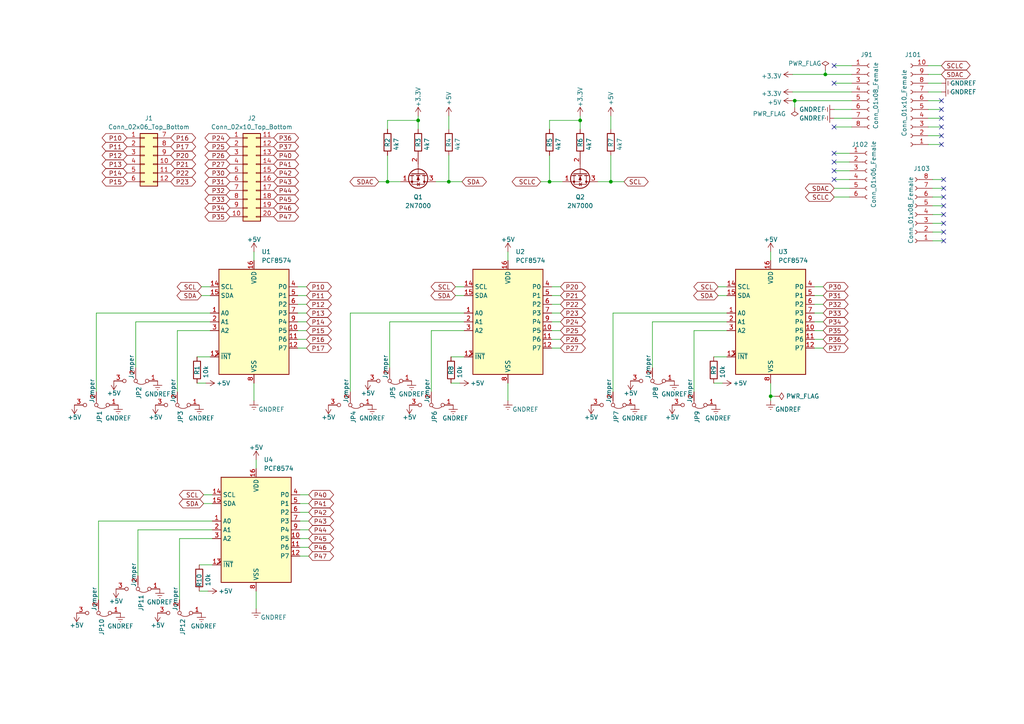
<source format=kicad_sch>
(kicad_sch (version 20230121) (generator eeschema)
  (paper "A4")
  (lib_symbols
    (symbol "2N7000_1" (pin_names hide)
      (property "Reference" "Q" (at 5.08 1.905 0))
      (property "Value" "2N7000" (at 5.08 0 0))
      (symbol "2N7000_1_1_1"
        (pin passive line (at 2.54 -5.08 90) (length 2.54) (name "S") (number "1"))
        (pin input line (at -5.08 0 0) (length 2.54) (name "G") (number "2"))
        (pin passive line (at 2.54 5.08 270) (length 2.54) (name "D") (number "3"))
      )
    )
    (symbol "Connector:Conn_01x06_Socket" (pin_names (offset 1.016) hide)
      (property "Reference" "J" (at 0 7.62 0))
      (property "Value" "Conn_01x06_Socket" (at 0 -10.16 0))
      (symbol "Conn_01x06_Socket_1_1"
        (pin passive line (at -5.08 5.08 0) (length 3.81) (name "Pin_1") (number "1"))
        (pin passive line (at -5.08 2.54 0) (length 3.81) (name "Pin_2") (number "2"))
        (pin passive line (at -5.08 0 0) (length 3.81) (name "Pin_3") (number "3"))
        (pin passive line (at -5.08 -2.54 0) (length 3.81) (name "Pin_4") (number "4"))
        (pin passive line (at -5.08 -5.08 0) (length 3.81) (name "Pin_5") (number "5"))
        (pin passive line (at -5.08 -7.62 0) (length 3.81) (name "Pin_6") (number "6"))
      )
    )
    (symbol "Connector:Conn_01x08_Socket" (pin_names (offset 1.016) hide)
      (property "Reference" "J" (at 0 10.16 0))
      (property "Value" "Conn_01x08_Socket" (at 0 -12.7 0))
      (symbol "Conn_01x08_Socket_1_1"
        (pin passive line (at -5.08 7.62 0) (length 3.81) (name "Pin_1") (number "1"))
        (pin passive line (at -5.08 5.08 0) (length 3.81) (name "Pin_2") (number "2"))
        (pin passive line (at -5.08 2.54 0) (length 3.81) (name "Pin_3") (number "3"))
        (pin passive line (at -5.08 0 0) (length 3.81) (name "Pin_4") (number "4"))
        (pin passive line (at -5.08 -2.54 0) (length 3.81) (name "Pin_5") (number "5"))
        (pin passive line (at -5.08 -5.08 0) (length 3.81) (name "Pin_6") (number "6"))
        (pin passive line (at -5.08 -7.62 0) (length 3.81) (name "Pin_7") (number "7"))
        (pin passive line (at -5.08 -10.16 0) (length 3.81) (name "Pin_8") (number "8"))
      )
    )
    (symbol "Connector:Conn_01x10_Socket" (pin_names (offset 1.016) hide)
      (property "Reference" "J" (at 0 12.7 0))
      (property "Value" "Conn_01x10_Socket" (at 0 -15.24 0))
      (symbol "Conn_01x10_Socket_1_1"
        (pin passive line (at -5.08 10.16 0) (length 3.81) (name "Pin_1") (number "1"))
        (pin passive line (at -5.08 -12.7 0) (length 3.81) (name "Pin_10") (number "10"))
        (pin passive line (at -5.08 7.62 0) (length 3.81) (name "Pin_2") (number "2"))
        (pin passive line (at -5.08 5.08 0) (length 3.81) (name "Pin_3") (number "3"))
        (pin passive line (at -5.08 2.54 0) (length 3.81) (name "Pin_4") (number "4"))
        (pin passive line (at -5.08 0 0) (length 3.81) (name "Pin_5") (number "5"))
        (pin passive line (at -5.08 -2.54 0) (length 3.81) (name "Pin_6") (number "6"))
        (pin passive line (at -5.08 -5.08 0) (length 3.81) (name "Pin_7") (number "7"))
        (pin passive line (at -5.08 -7.62 0) (length 3.81) (name "Pin_8") (number "8"))
        (pin passive line (at -5.08 -10.16 0) (length 3.81) (name "Pin_9") (number "9"))
      )
    )
    (symbol "Connector_Generic:Conn_02x06_Top_Bottom" (pin_names (offset 1.016) hide)
      (property "Reference" "J" (at 1.27 7.62 0))
      (property "Value" "Conn_02x06_Top_Bottom" (at 1.27 -10.16 0))
      (symbol "Conn_02x06_Top_Bottom_1_1"
        (pin passive line (at -5.08 5.08 0) (length 3.81) (name "Pin_1") (number "1"))
        (pin passive line (at 7.62 -2.54 180) (length 3.81) (name "Pin_10") (number "10"))
        (pin passive line (at 7.62 -5.08 180) (length 3.81) (name "Pin_11") (number "11"))
        (pin passive line (at 7.62 -7.62 180) (length 3.81) (name "Pin_12") (number "12"))
        (pin passive line (at -5.08 2.54 0) (length 3.81) (name "Pin_2") (number "2"))
        (pin passive line (at -5.08 0 0) (length 3.81) (name "Pin_3") (number "3"))
        (pin passive line (at -5.08 -2.54 0) (length 3.81) (name "Pin_4") (number "4"))
        (pin passive line (at -5.08 -5.08 0) (length 3.81) (name "Pin_5") (number "5"))
        (pin passive line (at -5.08 -7.62 0) (length 3.81) (name "Pin_6") (number "6"))
        (pin passive line (at 7.62 5.08 180) (length 3.81) (name "Pin_7") (number "7"))
        (pin passive line (at 7.62 2.54 180) (length 3.81) (name "Pin_8") (number "8"))
        (pin passive line (at 7.62 0 180) (length 3.81) (name "Pin_9") (number "9"))
      )
    )
    (symbol "Connector_Generic:Conn_02x10_Top_Bottom" (pin_names (offset 1.016) hide)
      (property "Reference" "J" (at 1.27 12.7 0))
      (property "Value" "Conn_02x10_Top_Bottom" (at 1.27 -15.24 0))
      (symbol "Conn_02x10_Top_Bottom_1_1"
        (pin passive line (at -5.08 10.16 0) (length 3.81) (name "Pin_1") (number "1"))
        (pin passive line (at -5.08 -12.7 0) (length 3.81) (name "Pin_10") (number "10"))
        (pin passive line (at 7.62 10.16 180) (length 3.81) (name "Pin_11") (number "11"))
        (pin passive line (at 7.62 7.62 180) (length 3.81) (name "Pin_12") (number "12"))
        (pin passive line (at 7.62 5.08 180) (length 3.81) (name "Pin_13") (number "13"))
        (pin passive line (at 7.62 2.54 180) (length 3.81) (name "Pin_14") (number "14"))
        (pin passive line (at 7.62 0 180) (length 3.81) (name "Pin_15") (number "15"))
        (pin passive line (at 7.62 -2.54 180) (length 3.81) (name "Pin_16") (number "16"))
        (pin passive line (at 7.62 -5.08 180) (length 3.81) (name "Pin_17") (number "17"))
        (pin passive line (at 7.62 -7.62 180) (length 3.81) (name "Pin_18") (number "18"))
        (pin passive line (at 7.62 -10.16 180) (length 3.81) (name "Pin_19") (number "19"))
        (pin passive line (at -5.08 7.62 0) (length 3.81) (name "Pin_2") (number "2"))
        (pin passive line (at 7.62 -12.7 180) (length 3.81) (name "Pin_20") (number "20"))
        (pin passive line (at -5.08 5.08 0) (length 3.81) (name "Pin_3") (number "3"))
        (pin passive line (at -5.08 2.54 0) (length 3.81) (name "Pin_4") (number "4"))
        (pin passive line (at -5.08 0 0) (length 3.81) (name "Pin_5") (number "5"))
        (pin passive line (at -5.08 -2.54 0) (length 3.81) (name "Pin_6") (number "6"))
        (pin passive line (at -5.08 -5.08 0) (length 3.81) (name "Pin_7") (number "7"))
        (pin passive line (at -5.08 -7.62 0) (length 3.81) (name "Pin_8") (number "8"))
        (pin passive line (at -5.08 -10.16 0) (length 3.81) (name "Pin_9") (number "9"))
      )
    )
    (symbol "Device:R" (pin_numbers hide) (pin_names (offset 0))
      (property "Reference" "R" (at 2.032 0 90))
      (property "Value" "R" (at 0 0 90))
      (symbol "R_1_1"
        (pin passive line (at 0 3.81 270) (length 1.27) (name "~") (number "1"))
        (pin passive line (at 0 -3.81 90) (length 1.27) (name "~") (number "2"))
      )
    )
    (symbol "Interface_Expansion:PCF8574A"
      (property "Reference" "U" (at -8.89 16.51 0))
      (property "Value" "PCF8574A" (at 2.54 16.51 0))
      (symbol "PCF8574A_1_1"
        (pin input line (at -12.7 2.54 0) (length 2.54) (name "A0") (number "1"))
        (pin bidirectional line (at 12.7 -2.54 180) (length 2.54) (name "P5") (number "10"))
        (pin bidirectional line (at 12.7 -5.08 180) (length 2.54) (name "P6") (number "11"))
        (pin bidirectional line (at 12.7 -7.62 180) (length 2.54) (name "P7") (number "12"))
        (pin open_collector output_low (at -12.7 -10.16 0) (length 2.54) (name "~{INT}") (number "13"))
        (pin input line (at -12.7 10.16 0) (length 2.54) (name "SCL") (number "14"))
        (pin bidirectional line (at -12.7 7.62 0) (length 2.54) (name "SDA") (number "15"))
        (pin power_in line (at 0 17.78 270) (length 2.54) (name "VDD") (number "16"))
        (pin input line (at -12.7 0 0) (length 2.54) (name "A1") (number "2"))
        (pin input line (at -12.7 -2.54 0) (length 2.54) (name "A2") (number "3"))
        (pin bidirectional line (at 12.7 10.16 180) (length 2.54) (name "P0") (number "4"))
        (pin bidirectional line (at 12.7 7.62 180) (length 2.54) (name "P1") (number "5"))
        (pin bidirectional line (at 12.7 5.08 180) (length 2.54) (name "P2") (number "6"))
        (pin bidirectional line (at 12.7 2.54 180) (length 2.54) (name "P3") (number "7"))
        (pin power_in line (at 0 -17.78 90) (length 2.54) (name "VSS") (number "8"))
        (pin bidirectional line (at 12.7 0 180) (length 2.54) (name "P4") (number "9"))
      )
    )
    (symbol "Jumper:Jumper_3_Bridged12" (pin_names (offset 0) hide)
      (property "Reference" "JP" (at -2.54 -2.54 0))
      (property "Value" "Jumper_3_Bridged12" (at 0 2.794 0))
      (symbol "Jumper_3_Bridged12_1_1"
        (pin passive line (at -6.35 0 0) (length 2.54) (name "A") (number "1"))
        (pin passive line (at 0 -3.81 90) (length 2.54) (name "C") (number "2"))
        (pin passive line (at 6.35 0 180) (length 2.54) (name "B") (number "3"))
      )
    )
    (symbol "Jumper_3_Bridged12_1" (pin_names (offset 0) hide)
      (property "Reference" "JP" (at -2.54 -2.54 0))
      (property "Value" "Jumper_3_Bridged12_1" (at 0 2.794 0))
      (symbol "Jumper_3_Bridged12_1_1_1"
        (pin passive line (at -6.35 0 0) (length 2.54) (name "A") (number "1"))
        (pin passive line (at 0 -3.81 90) (length 2.54) (name "C") (number "2"))
        (pin passive line (at 6.35 0 180) (length 2.54) (name "B") (number "3"))
      )
    )
    (symbol "Jumper_3_Bridged12_2" (pin_names (offset 0) hide)
      (property "Reference" "JP" (at -2.54 -2.54 0))
      (property "Value" "Jumper_3_Bridged12_2" (at 0 2.794 0))
      (symbol "Jumper_3_Bridged12_2_1_1"
        (pin passive line (at -6.35 0 0) (length 2.54) (name "A") (number "1"))
        (pin passive line (at 0 -3.81 90) (length 2.54) (name "C") (number "2"))
        (pin passive line (at 6.35 0 180) (length 2.54) (name "B") (number "3"))
      )
    )
    (symbol "Transistor_FET:2N7000" (pin_names hide)
      (property "Reference" "Q" (at 5.08 1.905 0))
      (property "Value" "2N7000" (at 5.08 0 0))
      (symbol "2N7000_1_1"
        (pin passive line (at 2.54 -5.08 90) (length 2.54) (name "S") (number "1"))
        (pin input line (at -5.08 0 0) (length 2.54) (name "G") (number "2"))
        (pin passive line (at 2.54 5.08 270) (length 2.54) (name "D") (number "3"))
      )
    )
    (symbol "power:+3.3V" (power) (pin_names (offset 0))
      (property "Value" "+3.3V" (at 0 3.556 0))
      (symbol "+3.3V_1_1"
        (pin power_in line (at 0 0 90) (length 0) hide (name "+3.3V") (number "1"))
      )
    )
    (symbol "power:+5V" (power) (pin_names (offset 0))
      (property "Value" "+5V" (at 0 3.556 0))
      (symbol "+5V_1_1"
        (pin power_in line (at 0 0 90) (length 0) hide (name "+5V") (number "1"))
      )
    )
    (symbol "power:GNDREF" (power) (pin_names (offset 0))
      (property "Value" "GNDREF" (at 0 -3.81 0))
      (symbol "GNDREF_1_1"
        (pin power_in line (at 0 0 270) (length 0) hide (name "GNDREF") (number "1"))
      )
    )
    (symbol "power:PWR_FLAG" (power) (pin_numbers hide) (pin_names (offset 0) hide)
      (property "Value" "PWR_FLAG" (at 0 3.81 0))
      (symbol "PWR_FLAG_0_0"
        (pin power_out line (at 0 0 90) (length 0) (name "pwr") (number "1"))
      )
    )
  )
  (junction (at 223.52 114.935))
  (junction (at 130.175 52.705))
  (junction (at 230.505 29.21))
  (junction (at 168.275 34.925))
  (junction (at 239.395 21.59))
  (junction (at 121.285 34.925))
  (junction (at 177.165 52.705))
  (junction (at 112.395 52.705))
  (junction (at 159.385 52.705))
  (no_connect (at 273.05 34.29))
  (no_connect (at 273.685 59.69))
  (no_connect (at 273.685 69.85))
  (no_connect (at 273.685 64.77))
  (no_connect (at 273.05 31.75))
  (no_connect (at 273.05 39.37))
  (no_connect (at 273.685 62.23))
  (no_connect (at 241.935 24.13))
  (no_connect (at 273.05 29.21))
  (no_connect (at 273.685 57.15))
  (no_connect (at 273.05 36.83))
  (no_connect (at 241.935 19.05))
  (no_connect (at 241.935 44.45))
  (no_connect (at 241.935 46.99))
  (no_connect (at 273.685 67.31))
  (no_connect (at 273.685 54.61))
  (no_connect (at 273.05 41.91))
  (no_connect (at 241.935 36.83))
  (no_connect (at 273.685 52.07))
  (no_connect (at 241.935 49.53))
  (no_connect (at 241.935 52.07))
  (wire (pts (xy 270.51 57.15) (xy 273.685 57.15)))
  (wire (pts (xy 223.52 111.125) (xy 223.52 114.935)))
  (wire (pts (xy 269.24 29.21) (xy 273.05 29.21)))
  (wire (pts (xy 52.07 173.99) (xy 52.07 156.21)))
  (wire (pts (xy 236.22 98.425) (xy 238.76 98.425)))
  (wire (pts (xy 130.175 45.085) (xy 130.175 52.705)))
  (wire (pts (xy 230.505 29.21) (xy 247.015 29.21)))
  (wire (pts (xy 74.295 133.35) (xy 74.295 135.89)))
  (wire (pts (xy 109.855 52.705) (xy 112.395 52.705)))
  (wire (pts (xy 241.935 46.99) (xy 246.38 46.99)))
  (wire (pts (xy 28.575 151.13) (xy 28.575 173.99)))
  (wire (pts (xy 168.275 34.925) (xy 168.275 37.465)))
  (wire (pts (xy 86.995 151.13) (xy 89.535 151.13)))
  (wire (pts (xy 160.02 90.805) (xy 162.56 90.805)))
  (wire (pts (xy 58.42 85.725) (xy 60.96 85.725)))
  (wire (pts (xy 223.52 114.935) (xy 224.79 114.935)))
  (wire (pts (xy 160.02 100.965) (xy 162.56 100.965)))
  (wire (pts (xy 73.66 73.025) (xy 73.66 75.565)))
  (wire (pts (xy 159.385 34.925) (xy 168.275 34.925)))
  (wire (pts (xy 159.385 37.465) (xy 159.385 34.925)))
  (wire (pts (xy 159.385 45.085) (xy 159.385 52.705)))
  (wire (pts (xy 52.07 156.21) (xy 61.595 156.21)))
  (wire (pts (xy 113.03 93.345) (xy 134.62 93.345)))
  (wire (pts (xy 241.935 19.05) (xy 247.015 19.05)))
  (wire (pts (xy 130.81 103.505) (xy 134.62 103.505)))
  (wire (pts (xy 159.385 52.705) (xy 163.195 52.705)))
  (wire (pts (xy 130.175 52.705) (xy 133.985 52.705)))
  (wire (pts (xy 229.87 26.67) (xy 247.015 26.67)))
  (wire (pts (xy 59.055 146.05) (xy 61.595 146.05)))
  (wire (pts (xy 208.28 83.185) (xy 210.82 83.185)))
  (wire (pts (xy 40.005 167.005) (xy 40.005 153.67)))
  (wire (pts (xy 101.6 90.805) (xy 101.6 113.665)))
  (wire (pts (xy 58.42 83.185) (xy 60.96 83.185)))
  (wire (pts (xy 125.095 113.665) (xy 125.095 95.885)))
  (wire (pts (xy 269.24 34.29) (xy 273.05 34.29)))
  (wire (pts (xy 241.935 36.83) (xy 247.015 36.83)))
  (wire (pts (xy 86.36 88.265) (xy 88.9 88.265)))
  (wire (pts (xy 130.81 111.125) (xy 133.35 111.125)))
  (wire (pts (xy 239.395 21.59) (xy 247.015 21.59)))
  (wire (pts (xy 201.295 95.885) (xy 210.82 95.885)))
  (wire (pts (xy 86.995 156.21) (xy 89.535 156.21)))
  (wire (pts (xy 86.995 148.59) (xy 89.535 148.59)))
  (wire (pts (xy 57.15 111.125) (xy 59.69 111.125)))
  (wire (pts (xy 59.055 143.51) (xy 61.595 143.51)))
  (wire (pts (xy 239.395 20.32) (xy 239.395 21.59)))
  (wire (pts (xy 74.295 171.45) (xy 74.295 176.53)))
  (wire (pts (xy 112.395 52.705) (xy 116.205 52.705)))
  (wire (pts (xy 189.23 93.345) (xy 210.82 93.345)))
  (wire (pts (xy 229.87 29.21) (xy 230.505 29.21)))
  (wire (pts (xy 207.01 111.125) (xy 209.55 111.125)))
  (wire (pts (xy 223.52 73.025) (xy 223.52 75.565)))
  (wire (pts (xy 269.24 21.59) (xy 273.05 21.59)))
  (wire (pts (xy 86.36 90.805) (xy 88.9 90.805)))
  (wire (pts (xy 241.935 44.45) (xy 246.38 44.45)))
  (wire (pts (xy 241.935 31.75) (xy 247.015 31.75)))
  (wire (pts (xy 208.28 85.725) (xy 210.82 85.725)))
  (wire (pts (xy 61.595 151.13) (xy 28.575 151.13)))
  (wire (pts (xy 177.165 52.705) (xy 180.975 52.705)))
  (wire (pts (xy 125.095 95.885) (xy 134.62 95.885)))
  (wire (pts (xy 86.36 95.885) (xy 88.9 95.885)))
  (wire (pts (xy 40.005 153.67) (xy 61.595 153.67)))
  (wire (pts (xy 269.24 39.37) (xy 273.05 39.37)))
  (wire (pts (xy 223.52 114.935) (xy 223.52 116.205)))
  (wire (pts (xy 177.165 33.655) (xy 177.165 37.465)))
  (wire (pts (xy 241.935 57.15) (xy 246.38 57.15)))
  (wire (pts (xy 269.24 36.83) (xy 273.05 36.83)))
  (wire (pts (xy 51.435 95.885) (xy 60.96 95.885)))
  (wire (pts (xy 270.51 69.85) (xy 273.685 69.85)))
  (wire (pts (xy 160.02 98.425) (xy 162.56 98.425)))
  (wire (pts (xy 160.02 88.265) (xy 162.56 88.265)))
  (wire (pts (xy 134.62 90.805) (xy 101.6 90.805)))
  (wire (pts (xy 168.275 33.655) (xy 168.275 34.925)))
  (wire (pts (xy 57.15 103.505) (xy 60.96 103.505)))
  (wire (pts (xy 241.935 52.07) (xy 246.38 52.07)))
  (wire (pts (xy 126.365 52.705) (xy 130.175 52.705)))
  (wire (pts (xy 236.22 83.185) (xy 238.76 83.185)))
  (wire (pts (xy 269.24 19.05) (xy 273.05 19.05)))
  (wire (pts (xy 121.285 33.655) (xy 121.285 34.925)))
  (wire (pts (xy 241.935 54.61) (xy 246.38 54.61)))
  (wire (pts (xy 241.935 34.29) (xy 247.015 34.29)))
  (wire (pts (xy 39.37 93.345) (xy 60.96 93.345)))
  (wire (pts (xy 177.8 90.805) (xy 177.8 113.665)))
  (wire (pts (xy 73.66 111.125) (xy 73.66 116.205)))
  (wire (pts (xy 173.355 52.705) (xy 177.165 52.705)))
  (wire (pts (xy 160.02 85.725) (xy 162.56 85.725)))
  (wire (pts (xy 147.32 111.125) (xy 147.32 116.205)))
  (wire (pts (xy 236.22 88.265) (xy 238.76 88.265)))
  (wire (pts (xy 86.36 98.425) (xy 88.9 98.425)))
  (wire (pts (xy 160.02 95.885) (xy 162.56 95.885)))
  (wire (pts (xy 229.87 21.59) (xy 239.395 21.59)))
  (wire (pts (xy 86.36 85.725) (xy 88.9 85.725)))
  (wire (pts (xy 270.51 59.69) (xy 273.685 59.69)))
  (wire (pts (xy 86.36 100.965) (xy 88.9 100.965)))
  (wire (pts (xy 132.08 83.185) (xy 134.62 83.185)))
  (wire (pts (xy 86.36 83.185) (xy 88.9 83.185)))
  (wire (pts (xy 160.02 93.345) (xy 162.56 93.345)))
  (wire (pts (xy 207.01 103.505) (xy 210.82 103.505)))
  (wire (pts (xy 270.51 64.77) (xy 273.685 64.77)))
  (wire (pts (xy 130.175 33.655) (xy 130.175 37.465)))
  (wire (pts (xy 113.03 106.68) (xy 113.03 93.345)))
  (wire (pts (xy 156.845 52.705) (xy 159.385 52.705)))
  (wire (pts (xy 241.935 24.13) (xy 247.015 24.13)))
  (wire (pts (xy 60.96 90.805) (xy 27.94 90.805)))
  (wire (pts (xy 121.285 34.925) (xy 121.285 37.465)))
  (wire (pts (xy 201.295 113.665) (xy 201.295 95.885)))
  (wire (pts (xy 86.995 143.51) (xy 89.535 143.51)))
  (wire (pts (xy 270.51 54.61) (xy 273.685 54.61)))
  (wire (pts (xy 269.24 26.67) (xy 273.05 26.67)))
  (wire (pts (xy 112.395 45.085) (xy 112.395 52.705)))
  (wire (pts (xy 147.32 73.025) (xy 147.32 75.565)))
  (wire (pts (xy 270.51 67.31) (xy 273.685 67.31)))
  (wire (pts (xy 270.51 62.23) (xy 273.685 62.23)))
  (wire (pts (xy 86.995 146.05) (xy 89.535 146.05)))
  (wire (pts (xy 177.165 45.085) (xy 177.165 52.705)))
  (wire (pts (xy 236.22 95.885) (xy 238.76 95.885)))
  (wire (pts (xy 112.395 37.465) (xy 112.395 34.925)))
  (wire (pts (xy 270.51 52.07) (xy 273.685 52.07)))
  (wire (pts (xy 112.395 34.925) (xy 121.285 34.925)))
  (wire (pts (xy 236.22 90.805) (xy 238.76 90.805)))
  (wire (pts (xy 230.505 29.21) (xy 230.505 31.115)))
  (wire (pts (xy 189.23 106.68) (xy 189.23 93.345)))
  (wire (pts (xy 57.785 163.83) (xy 61.595 163.83)))
  (wire (pts (xy 86.995 153.67) (xy 89.535 153.67)))
  (wire (pts (xy 236.22 85.725) (xy 238.76 85.725)))
  (wire (pts (xy 269.24 31.75) (xy 273.05 31.75)))
  (wire (pts (xy 57.785 171.45) (xy 60.325 171.45)))
  (wire (pts (xy 236.22 100.965) (xy 238.76 100.965)))
  (wire (pts (xy 269.24 41.91) (xy 273.05 41.91)))
  (wire (pts (xy 27.94 90.805) (xy 27.94 113.665)))
  (wire (pts (xy 269.24 24.13) (xy 273.05 24.13)))
  (wire (pts (xy 210.82 90.805) (xy 177.8 90.805)))
  (wire (pts (xy 132.08 85.725) (xy 134.62 85.725)))
  (wire (pts (xy 86.995 161.29) (xy 89.535 161.29)))
  (wire (pts (xy 160.02 83.185) (xy 162.56 83.185)))
  (wire (pts (xy 86.36 93.345) (xy 88.9 93.345)))
  (wire (pts (xy 39.37 106.68) (xy 39.37 93.345)))
  (wire (pts (xy 51.435 113.665) (xy 51.435 95.885)))
  (wire (pts (xy 86.995 158.75) (xy 89.535 158.75)))
  (wire (pts (xy 241.935 49.53) (xy 246.38 49.53)))
  (wire (pts (xy 236.22 93.345) (xy 238.76 93.345)))
  (global_label "P30" (shape bidirectional) (at 66.675 50.165 180) (property "Intersheetrefs" "${INTERSHEET_REFS}" (effects hide)))
  (global_label "P35" (shape bidirectional) (at 66.675 62.865 180) (property "Intersheetrefs" "${INTERSHEET_REFS}" (effects hide)))
  (global_label "P36" (shape bidirectional) (at 79.375 40.005 0) (property "Intersheetrefs" "${INTERSHEET_REFS}" (effects hide)))
  (global_label "SDA" (shape bidirectional) (at 133.985 52.705 0) (property "Intersheetrefs" "${INTERSHEET_REFS}" (effects hide)))
  (global_label "P30" (shape bidirectional) (at 238.76 83.185 0) (property "Intersheetrefs" "${INTERSHEET_REFS}" (effects hide)))
  (global_label "P13" (shape bidirectional) (at 88.9 90.805 0) (property "Intersheetrefs" "${INTERSHEET_REFS}" (effects hide)))
  (global_label "P22" (shape bidirectional) (at 162.56 88.265 0) (property "Intersheetrefs" "${INTERSHEET_REFS}" (effects hide)))
  (global_label "SCL" (shape bidirectional) (at 180.975 52.705 0) (property "Intersheetrefs" "${INTERSHEET_REFS}" (effects hide)))
  (global_label "P43" (shape bidirectional) (at 79.375 52.705 0) (property "Intersheetrefs" "${INTERSHEET_REFS}" (effects hide)))
  (global_label "P14" (shape bidirectional) (at 88.9 93.345 0) (property "Intersheetrefs" "${INTERSHEET_REFS}" (effects hide)))
  (global_label "P23" (shape bidirectional) (at 49.53 52.705 0) (property "Intersheetrefs" "${INTERSHEET_REFS}" (effects hide)))
  (global_label "P10" (shape bidirectional) (at 88.9 83.185 0) (property "Intersheetrefs" "${INTERSHEET_REFS}" (effects hide)))
  (global_label "SCLC" (shape bidirectional) (at 273.05 19.05 0) (property "Intersheetrefs" "${INTERSHEET_REFS}" (effects hide)))
  (global_label "SDAC" (shape bidirectional) (at 109.855 52.705 180) (property "Intersheetrefs" "${INTERSHEET_REFS}" (effects hide)))
  (global_label "SDA" (shape bidirectional) (at 132.08 85.725 180) (property "Intersheetrefs" "${INTERSHEET_REFS}" (effects hide)))
  (global_label "P20" (shape bidirectional) (at 162.56 83.185 0) (property "Intersheetrefs" "${INTERSHEET_REFS}" (effects hide)))
  (global_label "P11" (shape bidirectional) (at 36.83 42.545 180) (property "Intersheetrefs" "${INTERSHEET_REFS}" (effects hide)))
  (global_label "SDAC" (shape bidirectional) (at 273.05 21.59 0) (property "Intersheetrefs" "${INTERSHEET_REFS}" (effects hide)))
  (global_label "P11" (shape bidirectional) (at 88.9 85.725 0) (property "Intersheetrefs" "${INTERSHEET_REFS}" (effects hide)))
  (global_label "P21" (shape bidirectional) (at 49.53 47.625 0) (property "Intersheetrefs" "${INTERSHEET_REFS}" (effects hide)))
  (global_label "P22" (shape bidirectional) (at 49.53 50.165 0) (property "Intersheetrefs" "${INTERSHEET_REFS}" (effects hide)))
  (global_label "SCL" (shape bidirectional) (at 59.055 143.51 180) (property "Intersheetrefs" "${INTERSHEET_REFS}" (effects hide)))
  (global_label "SDAC" (shape bidirectional) (at 241.935 54.61 180) (property "Intersheetrefs" "${INTERSHEET_REFS}" (effects hide)))
  (global_label "P33" (shape bidirectional) (at 238.76 90.805 0) (property "Intersheetrefs" "${INTERSHEET_REFS}" (effects hide)))
  (global_label "P27" (shape bidirectional) (at 162.56 100.965 0) (property "Intersheetrefs" "${INTERSHEET_REFS}" (effects hide)))
  (global_label "P24" (shape bidirectional) (at 66.675 40.005 180) (property "Intersheetrefs" "${INTERSHEET_REFS}" (effects hide)))
  (global_label "P10" (shape bidirectional) (at 36.83 40.005 180) (property "Intersheetrefs" "${INTERSHEET_REFS}" (effects hide)))
  (global_label "P12" (shape bidirectional) (at 36.83 45.085 180) (property "Intersheetrefs" "${INTERSHEET_REFS}" (effects hide)))
  (global_label "P17" (shape bidirectional) (at 88.9 100.965 0) (property "Intersheetrefs" "${INTERSHEET_REFS}" (effects hide)))
  (global_label "P46" (shape bidirectional) (at 79.375 60.325 0) (property "Intersheetrefs" "${INTERSHEET_REFS}" (effects hide)))
  (global_label "P36" (shape bidirectional) (at 238.76 98.425 0) (property "Intersheetrefs" "${INTERSHEET_REFS}" (effects hide)))
  (global_label "SCL" (shape bidirectional) (at 58.42 83.185 180) (property "Intersheetrefs" "${INTERSHEET_REFS}" (effects hide)))
  (global_label "P37" (shape bidirectional) (at 238.76 100.965 0) (property "Intersheetrefs" "${INTERSHEET_REFS}" (effects hide)))
  (global_label "P17" (shape bidirectional) (at 49.53 42.545 0) (property "Intersheetrefs" "${INTERSHEET_REFS}" (effects hide)))
  (global_label "P44" (shape bidirectional) (at 79.375 55.245 0) (property "Intersheetrefs" "${INTERSHEET_REFS}" (effects hide)))
  (global_label "P13" (shape bidirectional) (at 36.83 47.625 180) (property "Intersheetrefs" "${INTERSHEET_REFS}" (effects hide)))
  (global_label "P46" (shape bidirectional) (at 89.535 158.75 0) (property "Intersheetrefs" "${INTERSHEET_REFS}" (effects hide)))
  (global_label "SCLC" (shape bidirectional) (at 241.935 57.15 180) (property "Intersheetrefs" "${INTERSHEET_REFS}" (effects hide)))
  (global_label "SCLC" (shape bidirectional) (at 156.845 52.705 180) (property "Intersheetrefs" "${INTERSHEET_REFS}" (effects hide)))
  (global_label "P26" (shape bidirectional) (at 66.675 45.085 180) (property "Intersheetrefs" "${INTERSHEET_REFS}" (effects hide)))
  (global_label "P41" (shape bidirectional) (at 79.375 47.625 0) (property "Intersheetrefs" "${INTERSHEET_REFS}" (effects hide)))
  (global_label "P21" (shape bidirectional) (at 162.56 85.725 0) (property "Intersheetrefs" "${INTERSHEET_REFS}" (effects hide)))
  (global_label "P26" (shape bidirectional) (at 162.56 98.425 0) (property "Intersheetrefs" "${INTERSHEET_REFS}" (effects hide)))
  (global_label "P25" (shape bidirectional) (at 66.675 42.545 180) (property "Intersheetrefs" "${INTERSHEET_REFS}" (effects hide)))
  (global_label "P15" (shape bidirectional) (at 36.83 52.705 180) (property "Intersheetrefs" "${INTERSHEET_REFS}" (effects hide)))
  (global_label "P34" (shape bidirectional) (at 66.675 60.325 180) (property "Intersheetrefs" "${INTERSHEET_REFS}" (effects hide)))
  (global_label "P45" (shape bidirectional) (at 89.535 156.21 0) (property "Intersheetrefs" "${INTERSHEET_REFS}" (effects hide)))
  (global_label "P16" (shape bidirectional) (at 88.9 98.425 0) (property "Intersheetrefs" "${INTERSHEET_REFS}" (effects hide)))
  (global_label "P31" (shape bidirectional) (at 66.675 52.705 180) (property "Intersheetrefs" "${INTERSHEET_REFS}" (effects hide)))
  (global_label "P33" (shape bidirectional) (at 66.675 57.785 180) (property "Intersheetrefs" "${INTERSHEET_REFS}" (effects hide)))
  (global_label "P20" (shape bidirectional) (at 49.53 45.085 0) (property "Intersheetrefs" "${INTERSHEET_REFS}" (effects hide)))
  (global_label "P32" (shape bidirectional) (at 66.675 55.245 180) (property "Intersheetrefs" "${INTERSHEET_REFS}" (effects hide)))
  (global_label "P44" (shape bidirectional) (at 89.535 153.67 0) (property "Intersheetrefs" "${INTERSHEET_REFS}" (effects hide)))
  (global_label "P47" (shape bidirectional) (at 89.535 161.29 0) (property "Intersheetrefs" "${INTERSHEET_REFS}" (effects hide)))
  (global_label "P37" (shape bidirectional) (at 79.375 42.545 0) (property "Intersheetrefs" "${INTERSHEET_REFS}" (effects hide)))
  (global_label "P35" (shape bidirectional) (at 238.76 95.885 0) (property "Intersheetrefs" "${INTERSHEET_REFS}" (effects hide)))
  (global_label "P40" (shape bidirectional) (at 89.535 143.51 0) (property "Intersheetrefs" "${INTERSHEET_REFS}" (effects hide)))
  (global_label "P42" (shape bidirectional) (at 89.535 148.59 0) (property "Intersheetrefs" "${INTERSHEET_REFS}" (effects hide)))
  (global_label "P12" (shape bidirectional) (at 88.9 88.265 0) (property "Intersheetrefs" "${INTERSHEET_REFS}" (effects hide)))
  (global_label "P34" (shape bidirectional) (at 238.76 93.345 0) (property "Intersheetrefs" "${INTERSHEET_REFS}" (effects hide)))
  (global_label "SCL" (shape bidirectional) (at 132.08 83.185 180) (property "Intersheetrefs" "${INTERSHEET_REFS}" (effects hide)))
  (global_label "P43" (shape bidirectional) (at 89.535 151.13 0) (property "Intersheetrefs" "${INTERSHEET_REFS}" (effects hide)))
  (global_label "P15" (shape bidirectional) (at 88.9 95.885 0) (property "Intersheetrefs" "${INTERSHEET_REFS}" (effects hide)))
  (global_label "P32" (shape bidirectional) (at 238.76 88.265 0) (property "Intersheetrefs" "${INTERSHEET_REFS}" (effects hide)))
  (global_label "SDA" (shape bidirectional) (at 59.055 146.05 180) (property "Intersheetrefs" "${INTERSHEET_REFS}" (effects hide)))
  (global_label "P42" (shape bidirectional) (at 79.375 50.165 0) (property "Intersheetrefs" "${INTERSHEET_REFS}" (effects hide)))
  (global_label "P14" (shape bidirectional) (at 36.83 50.165 180) (property "Intersheetrefs" "${INTERSHEET_REFS}" (effects hide)))
  (global_label "P23" (shape bidirectional) (at 162.56 90.805 0) (property "Intersheetrefs" "${INTERSHEET_REFS}" (effects hide)))
  (global_label "P45" (shape bidirectional) (at 79.375 57.785 0) (property "Intersheetrefs" "${INTERSHEET_REFS}" (effects hide)))
  (global_label "SCL" (shape bidirectional) (at 208.28 83.185 180) (property "Intersheetrefs" "${INTERSHEET_REFS}" (effects hide)))
  (global_label "P31" (shape bidirectional) (at 238.76 85.725 0) (property "Intersheetrefs" "${INTERSHEET_REFS}" (effects hide)))
  (global_label "P40" (shape bidirectional) (at 79.375 45.085 0) (property "Intersheetrefs" "${INTERSHEET_REFS}" (effects hide)))
  (global_label "P16" (shape bidirectional) (at 49.53 40.005 0) (property "Intersheetrefs" "${INTERSHEET_REFS}" (effects hide)))
  (global_label "SDA" (shape bidirectional) (at 58.42 85.725 180) (property "Intersheetrefs" "${INTERSHEET_REFS}" (effects hide)))
  (global_label "P41" (shape bidirectional) (at 89.535 146.05 0) (property "Intersheetrefs" "${INTERSHEET_REFS}" (effects hide)))
  (global_label "SDA" (shape bidirectional) (at 208.28 85.725 180) (property "Intersheetrefs" "${INTERSHEET_REFS}" (effects hide)))
  (global_label "P47" (shape bidirectional) (at 79.375 62.865 0) (property "Intersheetrefs" "${INTERSHEET_REFS}" (effects hide)))
  (global_label "P25" (shape bidirectional) (at 162.56 95.885 0) (property "Intersheetrefs" "${INTERSHEET_REFS}" (effects hide)))
  (global_label "P24" (shape bidirectional) (at 162.56 93.345 0) (property "Intersheetrefs" "${INTERSHEET_REFS}" (effects hide)))
  (global_label "P27" (shape bidirectional) (at 66.675 47.625 180) (property "Intersheetrefs" "${INTERSHEET_REFS}" (effects hide)))
  (symbol (lib_id "power:GNDREF") (at 273.05 24.13 90) (unit 1)
    (property "Reference" "#PWR031" (effects hide))
    (property "Value" "GNDREF" (at 279.4 24.13 90))
  )
  (symbol (lib_id "power:GNDREF") (at 273.05 26.67 90) (unit 1)
    (property "Reference" "#PWR032" (effects hide))
    (property "Value" "GNDREF" (at 279.4 26.67 90))
  )
  (symbol (lib_id "power:+5V") (at 59.69 111.125 270) (unit 1)
    (property "Reference" "#PWR012" (effects hide))
    (property "Value" "+5V" (at 64.77 111.125 90))
  )
  (symbol (lib_id "power:GNDREF") (at 46.355 170.815 0) (unit 1)
    (property "Reference" "#PWR043" (effects hide))
    (property "Value" "GNDREF" (at 46.355 174.625 0))
  )
  (symbol (lib_id "power:+5V") (at 147.32 73.025 0) (unit 1)
    (property "Reference" "#PWR020" (effects hide))
    (property "Value" "+5V" (at 147.32 69.469 0))
  )
  (symbol (lib_name "Jumper_3_Bridged12_2") (lib_id "Jumper:Jumper_3_Bridged12") (at 52.07 177.8 180) (unit 1)
    (property "Reference" "JP12" (at 52.9785 179.4262 90) (effects (justify left)))
    (property "Value" "Jumper" (at 50.8 170.18 90) (effects (justify left)))
    (property "Footprint" "Connector_PinHeader_2.54mm:PinHeader_1x03_P2.54mm_Vertical" (effects hide))
  )
  (symbol (lib_id "power:GNDREF") (at 34.29 117.475 0) (unit 1)
    (property "Reference" "#PWR07" (effects hide))
    (property "Value" "GNDREF" (at 34.29 121.285 0))
  )
  (symbol (lib_id "Interface_Expansion:PCF8574A") (at 73.66 93.345 0) (unit 1)
    (property "Reference" "U1" (at 75.8541 73.025 0) (effects (justify left)))
    (property "Value" "PCF8574" (at 75.8541 75.565 0) (effects (justify left)))
    (property "Footprint" "Package_DIP:DIP-16_W7.62mm_Socket" (effects hide))
    (property "Datasheet" "http://www.nxp.com/docs/en/data-sheet/PCF8574_PCF8574A.pdf" (effects hide))
  )
  (symbol (lib_id "power:+3.3V") (at 229.87 21.59 90) (unit 1)
    (property "Reference" "#PWR022" (effects hide))
    (property "Value" "+3.3V" (at 226.695 22.069 90) (effects (justify left)))
  )
  (symbol (lib_id "power:+5V") (at 33.655 170.815 180) (unit 1)
    (property "Reference" "#PWR040" (effects hide))
    (property "Value" "+5V" (at 33.655 174.371 0))
  )
  (symbol (lib_id "power:GNDREF") (at 74.295 176.53 0) (unit 1)
    (property "Reference" "#PWR047" (effects hide))
    (property "Value" "GNDREF" (at 79.375 179.07 0))
  )
  (symbol (lib_name "Jumper_3_Bridged12_1") (lib_id "Jumper:Jumper_3_Bridged12") (at 28.575 177.8 180) (unit 1)
    (property "Reference" "JP10" (at 29.4835 179.4262 90) (effects (justify left)))
    (property "Value" "Jumper" (at 27.305 170.18 90) (effects (justify left)))
    (property "Footprint" "Connector_PinHeader_2.54mm:PinHeader_1x03_P2.54mm_Vertical" (effects hide))
  )
  (symbol (lib_name "Jumper_3_Bridged12_2") (lib_id "Jumper:Jumper_3_Bridged12") (at 201.295 117.475 180) (unit 1)
    (property "Reference" "JP9" (at 202.2035 119.1012 90) (effects (justify left)))
    (property "Value" "Jumper" (at 200.025 109.855 90) (effects (justify left)))
    (property "Footprint" "Connector_PinHeader_2.54mm:PinHeader_1x03_P2.54mm_Vertical" (effects hide))
  )
  (symbol (lib_id "power:GNDREF") (at 34.925 177.8 0) (unit 1)
    (property "Reference" "#PWR041" (effects hide))
    (property "Value" "GNDREF" (at 34.925 181.61 0))
  )
  (symbol (lib_id "Jumper:Jumper_3_Bridged12") (at 189.23 110.49 180) (unit 1)
    (property "Reference" "JP8" (at 190.1385 112.1162 90) (effects (justify left)))
    (property "Value" "Jumper" (at 187.96 102.87 90) (effects (justify left)))
    (property "Footprint" "Connector_PinHeader_2.54mm:PinHeader_1x03_P2.54mm_Vertical" (effects hide))
  )
  (symbol (lib_id "power:+5V") (at 73.66 73.025 0) (unit 1)
    (property "Reference" "#PWR015" (effects hide))
    (property "Value" "+5V" (at 73.66 69.469 0))
  )
  (symbol (lib_id "Device:R") (at 159.385 41.275 180) (unit 1)
    (property "Reference" "R5" (at 159.385 40.005 90) (effects (justify left)))
    (property "Value" "4k7" (at 161.925 40.005 90) (effects (justify left)))
    (property "Footprint" "Resistor_THT:R_Axial_DIN0309_L9.0mm_D3.2mm_P2.54mm_Vertical" (effects hide))
  )
  (symbol (lib_id "power:+5V") (at 177.165 33.655 0) (unit 1)
    (property "Reference" "#PWR028" (effects hide))
    (property "Value" "+5V" (at 177.165 28.575 90))
  )
  (symbol (lib_id "Jumper:Jumper_3_Bridged12") (at 40.005 170.815 180) (unit 1)
    (property "Reference" "JP11" (at 40.9135 172.4412 90) (effects (justify left)))
    (property "Value" "Jumper" (at 38.735 163.195 90) (effects (justify left)))
    (property "Footprint" "Connector_PinHeader_2.54mm:PinHeader_1x03_P2.54mm_Vertical" (effects hide))
  )
  (symbol (lib_id "power:+5V") (at 106.68 110.49 180) (unit 1)
    (property "Reference" "#PWR02" (effects hide))
    (property "Value" "+5V" (at 106.68 114.046 0))
  )
  (symbol (lib_id "Device:R") (at 207.01 107.315 180) (unit 1)
    (property "Reference" "R9" (at 207.01 106.045 90) (effects (justify left)))
    (property "Value" "10k" (at 209.55 106.045 90) (effects (justify left)))
    (property "Footprint" "Resistor_THT:R_Axial_DIN0309_L9.0mm_D3.2mm_P2.54mm_Vertical" (effects hide))
  )
  (symbol (lib_id "Interface_Expansion:PCF8574A") (at 223.52 93.345 0) (unit 1)
    (property "Reference" "U3" (at 225.7141 73.025 0) (effects (justify left)))
    (property "Value" "PCF8574" (at 225.7141 75.565 0) (effects (justify left)))
    (property "Footprint" "Package_DIP:DIP-16_W7.62mm_Socket" (effects hide))
    (property "Datasheet" "http://www.nxp.com/docs/en/data-sheet/PCF8574_PCF8574A.pdf" (effects hide))
  )
  (symbol (lib_id "power:PWR_FLAG") (at 224.79 114.935 270) (unit 1)
    (property "Reference" "#FLG01" (effects hide))
    (property "Value" "PWR_FLAG" (at 227.965 114.935 90) (effects (justify left)))
  )
  (symbol (lib_id "power:+5V") (at 133.35 111.125 270) (unit 1)
    (property "Reference" "#PWR014" (effects hide))
    (property "Value" "+5V" (at 138.43 111.125 90))
  )
  (symbol (lib_id "power:GNDREF") (at 223.52 116.205 0) (unit 1)
    (property "Reference" "#PWR038" (effects hide))
    (property "Value" "GNDREF" (at 228.6 118.745 0))
  )
  (symbol (lib_id "Connector:Conn_01x08_Socket") (at 265.43 62.23 180) (unit 1)
    (property "Reference" "J103" (at 267.335 48.895 0))
    (property "Value" "Conn_01x08_Female" (at 264.16 60.96 90))
    (property "Footprint" "Connector_PinSocket_2.54mm:PinSocket_1x08_P2.54mm_Vertical" (effects hide))
  )
  (symbol (lib_id "power:+5V") (at 74.295 133.35 0) (unit 1)
    (property "Reference" "#PWR046" (effects hide))
    (property "Value" "+5V" (at 74.295 129.794 0))
  )
  (symbol (lib_id "Connector:Conn_01x06_Socket") (at 251.46 49.53 0) (unit 1)
    (property "Reference" "J102" (at 247.015 41.91 0) (effects (justify left)))
    (property "Value" "Conn_01x06_Female" (at 253.365 60.325 90) (effects (justify left)))
    (property "Footprint" "Connector_PinSocket_2.54mm:PinSocket_1x06_P2.54mm_Vertical" (effects hide))
  )
  (symbol (lib_id "Interface_Expansion:PCF8574A") (at 74.295 153.67 0) (unit 1)
    (property "Reference" "U4" (at 76.4891 133.35 0) (effects (justify left)))
    (property "Value" "PCF8574" (at 76.4891 135.89 0) (effects (justify left)))
    (property "Footprint" "Package_DIP:DIP-16_W7.62mm_Socket" (effects hide))
    (property "Datasheet" "http://www.nxp.com/docs/en/data-sheet/PCF8574_PCF8574A.pdf" (effects hide))
  )
  (symbol (lib_id "Device:R") (at 177.165 41.275 180) (unit 1)
    (property "Reference" "R7" (at 177.165 40.005 90) (effects (justify left)))
    (property "Value" "4k7" (at 179.705 40.005 90) (effects (justify left)))
    (property "Footprint" "Resistor_THT:R_Axial_DIN0309_L9.0mm_D3.2mm_P2.54mm_Vertical" (effects hide))
  )
  (symbol (lib_id "Jumper:Jumper_3_Bridged12") (at 113.03 110.49 180) (unit 1)
    (property "Reference" "JP5" (at 113.9385 112.1162 90) (effects (justify left)))
    (property "Value" "Jumper" (at 111.76 102.87 90) (effects (justify left)))
    (property "Footprint" "Connector_PinHeader_2.54mm:PinHeader_1x03_P2.54mm_Vertical" (effects hide))
  )
  (symbol (lib_id "power:+5V") (at 95.25 117.475 180) (unit 1)
    (property "Reference" "#PWR01" (effects hide))
    (property "Value" "+5V" (at 95.25 121.031 0))
  )
  (symbol (lib_id "power:PWR_FLAG") (at 239.395 20.32 0) (unit 1)
    (property "Reference" "#FLG03" (effects hide))
    (property "Value" "PWR_FLAG" (at 228.6 18.415 0) (effects (justify left)))
  )
  (symbol (lib_id "power:GNDREF") (at 131.445 117.475 0) (unit 1)
    (property "Reference" "#PWR013" (effects hide))
    (property "Value" "GNDREF" (at 132.08 121.285 0))
  )
  (symbol (lib_id "power:GNDREF") (at 57.785 117.475 0) (unit 1)
    (property "Reference" "#PWR011" (effects hide))
    (property "Value" "GNDREF" (at 58.42 121.285 0))
  )
  (symbol (lib_name "Jumper_3_Bridged12_1") (lib_id "Jumper:Jumper_3_Bridged12") (at 27.94 117.475 180) (unit 1)
    (property "Reference" "JP1" (at 28.8485 119.1012 90) (effects (justify left)))
    (property "Value" "Jumper" (at 26.67 109.855 90) (effects (justify left)))
    (property "Footprint" "Connector_PinHeader_2.54mm:PinHeader_1x03_P2.54mm_Vertical" (effects hide))
  )
  (symbol (lib_id "power:GNDREF") (at 147.32 116.205 0) (unit 1)
    (property "Reference" "#PWR021" (effects hide))
    (property "Value" "GNDREF" (at 152.4 118.745 0))
  )
  (symbol (lib_id "power:GNDREF") (at 73.66 116.205 0) (unit 1)
    (property "Reference" "#PWR016" (effects hide))
    (property "Value" "GNDREF" (at 78.74 118.745 0))
  )
  (symbol (lib_id "power:+5V") (at 209.55 111.125 270) (unit 1)
    (property "Reference" "#PWR036" (effects hide))
    (property "Value" "+5V" (at 214.63 111.125 90))
  )
  (symbol (lib_id "Connector:Conn_01x10_Socket") (at 264.16 31.75 180) (unit 1)
    (property "Reference" "J101" (at 264.795 15.875 0))
    (property "Value" "Conn_01x10_Female" (at 262.255 29.845 90))
    (property "Footprint" "Connector_PinSocket_2.54mm:PinSocket_1x10_P2.54mm_Vertical" (effects hide))
  )
  (symbol (lib_name "2N7000_1") (lib_id "Transistor_FET:2N7000") (at 121.285 50.165 270) (unit 1)
    (property "Reference" "Q1" (at 121.285 57.15 90))
    (property "Value" "2N7000" (at 121.285 59.69 90))
    (property "Footprint" "Package_TO_SOT_THT:TO-92_Inline_Wide" (effects hide))
    (property "Datasheet" "https://www.vishay.com/docs/70226/70226.pdf" (effects hide))
  )
  (symbol (lib_id "power:PWR_FLAG") (at 230.505 31.115 180) (unit 1)
    (property "Reference" "#FLG05" (effects hide))
    (property "Value" "PWR_FLAG" (at 227.965 33.02 0) (effects (justify left)))
  )
  (symbol (lib_id "power:+5V") (at 22.225 177.8 180) (unit 1)
    (property "Reference" "#PWR039" (effects hide))
    (property "Value" "+5V" (at 22.225 181.356 0))
  )
  (symbol (lib_id "power:GNDREF") (at 241.935 31.75 270) (unit 1)
    (property "Reference" "#PWR025" (effects hide))
    (property "Value" "GNDREF" (at 235.585 31.75 90))
  )
  (symbol (lib_id "Interface_Expansion:PCF8574A") (at 147.32 93.345 0) (unit 1)
    (property "Reference" "U2" (at 149.5141 73.025 0) (effects (justify left)))
    (property "Value" "PCF8574" (at 149.5141 75.565 0) (effects (justify left)))
    (property "Footprint" "Package_DIP:DIP-16_W7.62mm_Socket" (effects hide))
    (property "Datasheet" "http://www.nxp.com/docs/en/data-sheet/PCF8574_PCF8574A.pdf" (effects hide))
  )
  (symbol (lib_id "power:+5V") (at 182.88 110.49 180) (unit 1)
    (property "Reference" "#PWR029" (effects hide))
    (property "Value" "+5V" (at 182.88 114.046 0))
  )
  (symbol (lib_id "power:GNDREF") (at 119.38 110.49 0) (unit 1)
    (property "Reference" "#PWR06" (effects hide))
    (property "Value" "GNDREF" (at 119.38 114.3 0))
  )
  (symbol (lib_id "power:+5V") (at 118.745 117.475 180) (unit 1)
    (property "Reference" "#PWR05" (effects hide))
    (property "Value" "+5V" (at 118.745 121.031 0))
  )
  (symbol (lib_id "power:+5V") (at 130.175 33.655 0) (unit 1)
    (property "Reference" "#PWR018" (effects hide))
    (property "Value" "+5V" (at 130.175 28.575 90))
  )
  (symbol (lib_id "power:+5V") (at 21.59 117.475 180) (unit 1)
    (property "Reference" "#PWR03" (effects hide))
    (property "Value" "+5V" (at 21.59 121.031 0))
  )
  (symbol (lib_id "power:+5V") (at 223.52 73.025 0) (unit 1)
    (property "Reference" "#PWR037" (effects hide))
    (property "Value" "+5V" (at 223.52 69.469 0))
  )
  (symbol (lib_id "Jumper:Jumper_3_Bridged12") (at 39.37 110.49 180) (unit 1)
    (property "Reference" "JP2" (at 40.2785 112.1162 90) (effects (justify left)))
    (property "Value" "Jumper" (at 38.1 102.87 90) (effects (justify left)))
    (property "Footprint" "Connector_PinHeader_2.54mm:PinHeader_1x03_P2.54mm_Vertical" (effects hide))
  )
  (symbol (lib_id "Device:R") (at 112.395 41.275 180) (unit 1)
    (property "Reference" "R2" (at 112.395 40.005 90) (effects (justify left)))
    (property "Value" "4k7" (at 114.935 40.005 90) (effects (justify left)))
    (property "Footprint" "Resistor_THT:R_Axial_DIN0309_L9.0mm_D3.2mm_P2.54mm_Vertical" (effects hide))
  )
  (symbol (lib_id "power:GNDREF") (at 241.935 34.29 270) (unit 1)
    (property "Reference" "#PWR026" (effects hide))
    (property "Value" "GNDREF" (at 235.585 34.29 90))
  )
  (symbol (lib_id "power:+5V") (at 45.085 117.475 180) (unit 1)
    (property "Reference" "#PWR09" (effects hide))
    (property "Value" "+5V" (at 45.085 121.031 0))
  )
  (symbol (lib_id "Device:R") (at 57.785 167.64 180) (unit 1)
    (property "Reference" "R10" (at 57.785 166.37 90) (effects (justify left)))
    (property "Value" "10k" (at 60.325 166.37 90) (effects (justify left)))
    (property "Footprint" "Resistor_THT:R_Axial_DIN0309_L9.0mm_D3.2mm_P2.54mm_Vertical" (effects hide))
  )
  (symbol (lib_id "power:GNDREF") (at 207.645 117.475 0) (unit 1)
    (property "Reference" "#PWR035" (effects hide))
    (property "Value" "GNDREF" (at 208.28 121.285 0))
  )
  (symbol (lib_id "power:+5V") (at 33.02 110.49 180) (unit 1)
    (property "Reference" "#PWR08" (effects hide))
    (property "Value" "+5V" (at 33.02 114.046 0))
  )
  (symbol (lib_id "Connector_Generic:Conn_02x10_Top_Bottom") (at 71.755 50.165 0) (unit 1)
    (property "Reference" "J2" (at 73.025 34.29 0))
    (property "Value" "Conn_02x10_Top_Bottom" (at 73.025 36.83 0))
    (property "Footprint" "Connector_IDC:IDC-Header_2x10_P2.54mm_Horizontal" (effects hide))
  )
  (symbol (lib_id "Device:R") (at 130.81 107.315 180) (unit 1)
    (property "Reference" "R8" (at 130.81 106.045 90) (effects (justify left)))
    (property "Value" "10k" (at 133.35 106.045 90) (effects (justify left)))
    (property "Footprint" "Resistor_THT:R_Axial_DIN0309_L9.0mm_D3.2mm_P2.54mm_Vertical" (effects hide))
  )
  (symbol (lib_id "Device:R") (at 168.275 41.275 180) (unit 1)
    (property "Reference" "R6" (at 168.275 40.005 90) (effects (justify left)))
    (property "Value" "4k7" (at 170.815 40.005 90) (effects (justify left)))
    (property "Footprint" "Resistor_THT:R_Axial_DIN0309_L9.0mm_D3.2mm_P2.54mm_Vertical" (effects hide))
  )
  (symbol (lib_id "power:GNDREF") (at 195.58 110.49 0) (unit 1)
    (property "Reference" "#PWR034" (effects hide))
    (property "Value" "GNDREF" (at 195.58 114.3 0))
  )
  (symbol (lib_id "power:GNDREF") (at 58.42 177.8 0) (unit 1)
    (property "Reference" "#PWR044" (effects hide))
    (property "Value" "GNDREF" (at 59.055 181.61 0))
  )
  (symbol (lib_name "Jumper_3_Bridged12_2") (lib_id "Jumper:Jumper_3_Bridged12") (at 125.095 117.475 180) (unit 1)
    (property "Reference" "JP6" (at 126.0035 119.1012 90) (effects (justify left)))
    (property "Value" "Jumper" (at 123.825 109.855 90) (effects (justify left)))
    (property "Footprint" "Connector_PinHeader_2.54mm:PinHeader_1x03_P2.54mm_Vertical" (effects hide))
  )
  (symbol (lib_id "power:GNDREF") (at 184.15 117.475 0) (unit 1)
    (property "Reference" "#PWR030" (effects hide))
    (property "Value" "GNDREF" (at 184.15 121.285 0))
  )
  (symbol (lib_id "Device:R") (at 57.15 107.315 180) (unit 1)
    (property "Reference" "R1" (at 57.15 106.045 90) (effects (justify left)))
    (property "Value" "10k" (at 59.69 106.045 90) (effects (justify left)))
    (property "Footprint" "Resistor_THT:R_Axial_DIN0309_L9.0mm_D3.2mm_P2.54mm_Vertical" (effects hide))
  )
  (symbol (lib_id "power:+5V") (at 171.45 117.475 180) (unit 1)
    (property "Reference" "#PWR027" (effects hide))
    (property "Value" "+5V" (at 171.45 121.031 0))
  )
  (symbol (lib_id "power:GNDREF") (at 45.72 110.49 0) (unit 1)
    (property "Reference" "#PWR010" (effects hide))
    (property "Value" "GNDREF" (at 45.72 114.3 0))
  )
  (symbol (lib_id "power:+5V") (at 194.945 117.475 180) (unit 1)
    (property "Reference" "#PWR033" (effects hide))
    (property "Value" "+5V" (at 194.945 121.031 0))
  )
  (symbol (lib_id "Connector_Generic:Conn_02x06_Top_Bottom") (at 41.91 45.085 0) (unit 1)
    (property "Reference" "J1" (at 43.18 34.29 0))
    (property "Value" "Conn_02x06_Top_Bottom" (at 43.18 36.83 0))
    (property "Footprint" "Connector_IDC:IDC-Header_2x06_P2.54mm_Horizontal" (effects hide))
  )
  (symbol (lib_id "Connector:Conn_01x08_Socket") (at 252.095 26.67 0) (unit 1)
    (property "Reference" "J91" (at 249.555 15.875 0) (effects (justify left)))
    (property "Value" "Conn_01x08_Female" (at 254 37.465 90) (effects (justify left)))
    (property "Footprint" "Connector_PinSocket_2.54mm:PinSocket_1x08_P2.54mm_Vertical" (effects hide))
  )
  (symbol (lib_id "power:+5V") (at 45.72 177.8 180) (unit 1)
    (property "Reference" "#PWR042" (effects hide))
    (property "Value" "+5V" (at 45.72 181.356 0))
  )
  (symbol (lib_id "power:+5V") (at 229.87 29.21 90) (unit 1)
    (property "Reference" "#PWR024" (effects hide))
    (property "Value" "+5V" (at 226.6951 29.689 90) (effects (justify left)))
  )
  (symbol (lib_id "power:+3.3V") (at 121.285 33.655 0) (unit 1)
    (property "Reference" "#PWR017" (effects hide))
    (property "Value" "+3.3V" (at 121.285 31.115 90) (effects (justify left)))
  )
  (symbol (lib_id "power:+3.3V") (at 168.275 33.655 0) (unit 1)
    (property "Reference" "#PWR019" (effects hide))
    (property "Value" "+3.3V" (at 168.275 31.115 90) (effects (justify left)))
  )
  (symbol (lib_id "power:GNDREF") (at 107.95 117.475 0) (unit 1)
    (property "Reference" "#PWR04" (effects hide))
    (property "Value" "GNDREF" (at 107.95 121.285 0))
  )
  (symbol (lib_id "Device:R") (at 121.285 41.275 180) (unit 1)
    (property "Reference" "R3" (at 121.285 40.005 90) (effects (justify left)))
    (property "Value" "4k7" (at 123.825 40.005 90) (effects (justify left)))
    (property "Footprint" "Resistor_THT:R_Axial_DIN0309_L9.0mm_D3.2mm_P2.54mm_Vertical" (effects hide))
  )
  (symbol (lib_id "power:+3.3V") (at 229.87 26.67 90) (unit 1)
    (property "Reference" "#PWR023" (effects hide))
    (property "Value" "+3.3V" (at 226.695 27.149 90) (effects (justify left)))
  )
  (symbol (lib_id "power:+5V") (at 60.325 171.45 270) (unit 1)
    (property "Reference" "#PWR045" (effects hide))
    (property "Value" "+5V" (at 65.405 171.45 90))
  )
  (symbol (lib_name "Jumper_3_Bridged12_1") (lib_id "Jumper:Jumper_3_Bridged12") (at 101.6 117.475 180) (unit 1)
    (property "Reference" "JP4" (at 102.5085 119.1012 90) (effects (justify left)))
    (property "Value" "Jumper" (at 100.33 109.855 90) (effects (justify left)))
    (property "Footprint" "Connector_PinHeader_2.54mm:PinHeader_1x03_P2.54mm_Vertical" (effects hide))
  )
  (symbol (lib_id "Device:R") (at 130.175 41.275 180) (unit 1)
    (property "Reference" "R4" (at 130.175 40.005 90) (effects (justify left)))
    (property "Value" "4k7" (at 132.715 40.005 90) (effects (justify left)))
    (property "Footprint" "Resistor_THT:R_Axial_DIN0309_L9.0mm_D3.2mm_P2.54mm_Vertical" (effects hide))
  )
  (symbol (lib_id "Transistor_FET:2N7000") (at 168.275 50.165 270) (unit 1)
    (property "Reference" "Q2" (at 168.275 57.15 90))
    (property "Value" "2N7000" (at 168.275 59.69 90))
    (property "Footprint" "Package_TO_SOT_THT:TO-92_Inline_Wide" (effects hide))
    (property "Datasheet" "https://www.vishay.com/docs/70226/70226.pdf" (effects hide))
  )
  (symbol (lib_name "Jumper_3_Bridged12_2") (lib_id "Jumper:Jumper_3_Bridged12") (at 51.435 117.475 180) (unit 1)
    (property "Reference" "JP3" (at 52.3435 119.1012 90) (effects (justify left)))
    (property "Value" "Jumper" (at 50.165 109.855 90) (effects (justify left)))
    (property "Footprint" "Connector_PinHeader_2.54mm:PinHeader_1x03_P2.54mm_Vertical" (effects hide))
  )
  (symbol (lib_name "Jumper_3_Bridged12_1") (lib_id "Jumper:Jumper_3_Bridged12") (at 177.8 117.475 180) (unit 1)
    (property "Reference" "JP7" (at 178.7085 119.1012 90) (effects (justify left)))
    (property "Value" "Jumper" (at 176.53 109.855 90) (effects (justify left)))
    (property "Footprint" "Connector_PinHeader_2.54mm:PinHeader_1x03_P2.54mm_Vertical" (effects hide))
  )
)
</source>
